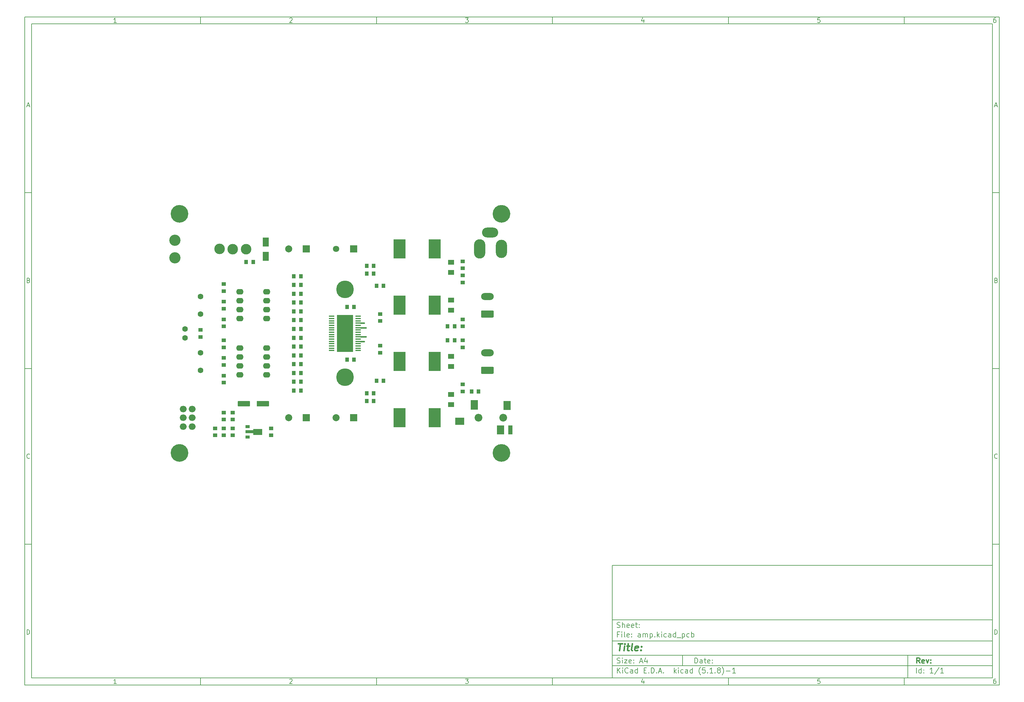
<source format=gts>
G04 #@! TF.GenerationSoftware,KiCad,Pcbnew,(5.1.8)-1*
G04 #@! TF.CreationDate,2021-03-01T21:59:05+08:00*
G04 #@! TF.ProjectId,amp,616d702e-6b69-4636-9164-5f7063625858,rev?*
G04 #@! TF.SameCoordinates,Original*
G04 #@! TF.FileFunction,Soldermask,Top*
G04 #@! TF.FilePolarity,Negative*
%FSLAX46Y46*%
G04 Gerber Fmt 4.6, Leading zero omitted, Abs format (unit mm)*
G04 Created by KiCad (PCBNEW (5.1.8)-1) date 2021-03-01 21:59:05*
%MOMM*%
%LPD*%
G01*
G04 APERTURE LIST*
%ADD10C,0.150000*%
%ADD11C,0.300000*%
%ADD12C,0.400000*%
%ADD13C,2.000000*%
%ADD14C,0.100000*%
%ADD15R,1.000000X1.250000*%
%ADD16R,3.500000X5.400000*%
%ADD17C,5.000000*%
%ADD18R,1.500000X0.400000*%
%ADD19R,1.800000X2.500000*%
%ADD20O,3.600000X2.000000*%
%ADD21C,2.560000*%
%ADD22C,1.600000*%
%ADD23R,2.500000X1.800000*%
%ADD24R,3.000000X0.900000*%
%ADD25R,1.300000X0.900000*%
%ADD26R,1.700000X1.360000*%
%ADD27R,2.000000X2.500000*%
%ADD28R,1.200000X2.500000*%
%ADD29R,2.500000X2.000000*%
%ADD30R,2.000000X2.800000*%
%ADD31O,2.200000X2.200000*%
%ADD32O,2.000000X1.800000*%
%ADD33C,3.200000*%
%ADD34C,3.000000*%
%ADD35O,4.600000X2.800000*%
%ADD36O,3.200000X5.500000*%
%ADD37O,3.200000X5.200000*%
%ADD38R,1.250000X1.000000*%
%ADD39O,2.100000X1.600000*%
%ADD40C,1.800000*%
%ADD41R,2.000000X2.000000*%
%ADD42C,2.000000*%
G04 APERTURE END LIST*
D10*
X177002200Y-166007200D02*
X177002200Y-198007200D01*
X285002200Y-198007200D01*
X285002200Y-166007200D01*
X177002200Y-166007200D01*
X10000000Y-10000000D02*
X10000000Y-200007200D01*
X287002200Y-200007200D01*
X287002200Y-10000000D01*
X10000000Y-10000000D01*
X12000000Y-12000000D02*
X12000000Y-198007200D01*
X285002200Y-198007200D01*
X285002200Y-12000000D01*
X12000000Y-12000000D01*
X60000000Y-12000000D02*
X60000000Y-10000000D01*
X110000000Y-12000000D02*
X110000000Y-10000000D01*
X160000000Y-12000000D02*
X160000000Y-10000000D01*
X210000000Y-12000000D02*
X210000000Y-10000000D01*
X260000000Y-12000000D02*
X260000000Y-10000000D01*
X36065476Y-11588095D02*
X35322619Y-11588095D01*
X35694047Y-11588095D02*
X35694047Y-10288095D01*
X35570238Y-10473809D01*
X35446428Y-10597619D01*
X35322619Y-10659523D01*
X85322619Y-10411904D02*
X85384523Y-10350000D01*
X85508333Y-10288095D01*
X85817857Y-10288095D01*
X85941666Y-10350000D01*
X86003571Y-10411904D01*
X86065476Y-10535714D01*
X86065476Y-10659523D01*
X86003571Y-10845238D01*
X85260714Y-11588095D01*
X86065476Y-11588095D01*
X135260714Y-10288095D02*
X136065476Y-10288095D01*
X135632142Y-10783333D01*
X135817857Y-10783333D01*
X135941666Y-10845238D01*
X136003571Y-10907142D01*
X136065476Y-11030952D01*
X136065476Y-11340476D01*
X136003571Y-11464285D01*
X135941666Y-11526190D01*
X135817857Y-11588095D01*
X135446428Y-11588095D01*
X135322619Y-11526190D01*
X135260714Y-11464285D01*
X185941666Y-10721428D02*
X185941666Y-11588095D01*
X185632142Y-10226190D02*
X185322619Y-11154761D01*
X186127380Y-11154761D01*
X236003571Y-10288095D02*
X235384523Y-10288095D01*
X235322619Y-10907142D01*
X235384523Y-10845238D01*
X235508333Y-10783333D01*
X235817857Y-10783333D01*
X235941666Y-10845238D01*
X236003571Y-10907142D01*
X236065476Y-11030952D01*
X236065476Y-11340476D01*
X236003571Y-11464285D01*
X235941666Y-11526190D01*
X235817857Y-11588095D01*
X235508333Y-11588095D01*
X235384523Y-11526190D01*
X235322619Y-11464285D01*
X285941666Y-10288095D02*
X285694047Y-10288095D01*
X285570238Y-10350000D01*
X285508333Y-10411904D01*
X285384523Y-10597619D01*
X285322619Y-10845238D01*
X285322619Y-11340476D01*
X285384523Y-11464285D01*
X285446428Y-11526190D01*
X285570238Y-11588095D01*
X285817857Y-11588095D01*
X285941666Y-11526190D01*
X286003571Y-11464285D01*
X286065476Y-11340476D01*
X286065476Y-11030952D01*
X286003571Y-10907142D01*
X285941666Y-10845238D01*
X285817857Y-10783333D01*
X285570238Y-10783333D01*
X285446428Y-10845238D01*
X285384523Y-10907142D01*
X285322619Y-11030952D01*
X60000000Y-198007200D02*
X60000000Y-200007200D01*
X110000000Y-198007200D02*
X110000000Y-200007200D01*
X160000000Y-198007200D02*
X160000000Y-200007200D01*
X210000000Y-198007200D02*
X210000000Y-200007200D01*
X260000000Y-198007200D02*
X260000000Y-200007200D01*
X36065476Y-199595295D02*
X35322619Y-199595295D01*
X35694047Y-199595295D02*
X35694047Y-198295295D01*
X35570238Y-198481009D01*
X35446428Y-198604819D01*
X35322619Y-198666723D01*
X85322619Y-198419104D02*
X85384523Y-198357200D01*
X85508333Y-198295295D01*
X85817857Y-198295295D01*
X85941666Y-198357200D01*
X86003571Y-198419104D01*
X86065476Y-198542914D01*
X86065476Y-198666723D01*
X86003571Y-198852438D01*
X85260714Y-199595295D01*
X86065476Y-199595295D01*
X135260714Y-198295295D02*
X136065476Y-198295295D01*
X135632142Y-198790533D01*
X135817857Y-198790533D01*
X135941666Y-198852438D01*
X136003571Y-198914342D01*
X136065476Y-199038152D01*
X136065476Y-199347676D01*
X136003571Y-199471485D01*
X135941666Y-199533390D01*
X135817857Y-199595295D01*
X135446428Y-199595295D01*
X135322619Y-199533390D01*
X135260714Y-199471485D01*
X185941666Y-198728628D02*
X185941666Y-199595295D01*
X185632142Y-198233390D02*
X185322619Y-199161961D01*
X186127380Y-199161961D01*
X236003571Y-198295295D02*
X235384523Y-198295295D01*
X235322619Y-198914342D01*
X235384523Y-198852438D01*
X235508333Y-198790533D01*
X235817857Y-198790533D01*
X235941666Y-198852438D01*
X236003571Y-198914342D01*
X236065476Y-199038152D01*
X236065476Y-199347676D01*
X236003571Y-199471485D01*
X235941666Y-199533390D01*
X235817857Y-199595295D01*
X235508333Y-199595295D01*
X235384523Y-199533390D01*
X235322619Y-199471485D01*
X285941666Y-198295295D02*
X285694047Y-198295295D01*
X285570238Y-198357200D01*
X285508333Y-198419104D01*
X285384523Y-198604819D01*
X285322619Y-198852438D01*
X285322619Y-199347676D01*
X285384523Y-199471485D01*
X285446428Y-199533390D01*
X285570238Y-199595295D01*
X285817857Y-199595295D01*
X285941666Y-199533390D01*
X286003571Y-199471485D01*
X286065476Y-199347676D01*
X286065476Y-199038152D01*
X286003571Y-198914342D01*
X285941666Y-198852438D01*
X285817857Y-198790533D01*
X285570238Y-198790533D01*
X285446428Y-198852438D01*
X285384523Y-198914342D01*
X285322619Y-199038152D01*
X10000000Y-60000000D02*
X12000000Y-60000000D01*
X10000000Y-110000000D02*
X12000000Y-110000000D01*
X10000000Y-160000000D02*
X12000000Y-160000000D01*
X10690476Y-35216666D02*
X11309523Y-35216666D01*
X10566666Y-35588095D02*
X11000000Y-34288095D01*
X11433333Y-35588095D01*
X11092857Y-84907142D02*
X11278571Y-84969047D01*
X11340476Y-85030952D01*
X11402380Y-85154761D01*
X11402380Y-85340476D01*
X11340476Y-85464285D01*
X11278571Y-85526190D01*
X11154761Y-85588095D01*
X10659523Y-85588095D01*
X10659523Y-84288095D01*
X11092857Y-84288095D01*
X11216666Y-84350000D01*
X11278571Y-84411904D01*
X11340476Y-84535714D01*
X11340476Y-84659523D01*
X11278571Y-84783333D01*
X11216666Y-84845238D01*
X11092857Y-84907142D01*
X10659523Y-84907142D01*
X11402380Y-135464285D02*
X11340476Y-135526190D01*
X11154761Y-135588095D01*
X11030952Y-135588095D01*
X10845238Y-135526190D01*
X10721428Y-135402380D01*
X10659523Y-135278571D01*
X10597619Y-135030952D01*
X10597619Y-134845238D01*
X10659523Y-134597619D01*
X10721428Y-134473809D01*
X10845238Y-134350000D01*
X11030952Y-134288095D01*
X11154761Y-134288095D01*
X11340476Y-134350000D01*
X11402380Y-134411904D01*
X10659523Y-185588095D02*
X10659523Y-184288095D01*
X10969047Y-184288095D01*
X11154761Y-184350000D01*
X11278571Y-184473809D01*
X11340476Y-184597619D01*
X11402380Y-184845238D01*
X11402380Y-185030952D01*
X11340476Y-185278571D01*
X11278571Y-185402380D01*
X11154761Y-185526190D01*
X10969047Y-185588095D01*
X10659523Y-185588095D01*
X287002200Y-60000000D02*
X285002200Y-60000000D01*
X287002200Y-110000000D02*
X285002200Y-110000000D01*
X287002200Y-160000000D02*
X285002200Y-160000000D01*
X285692676Y-35216666D02*
X286311723Y-35216666D01*
X285568866Y-35588095D02*
X286002200Y-34288095D01*
X286435533Y-35588095D01*
X286095057Y-84907142D02*
X286280771Y-84969047D01*
X286342676Y-85030952D01*
X286404580Y-85154761D01*
X286404580Y-85340476D01*
X286342676Y-85464285D01*
X286280771Y-85526190D01*
X286156961Y-85588095D01*
X285661723Y-85588095D01*
X285661723Y-84288095D01*
X286095057Y-84288095D01*
X286218866Y-84350000D01*
X286280771Y-84411904D01*
X286342676Y-84535714D01*
X286342676Y-84659523D01*
X286280771Y-84783333D01*
X286218866Y-84845238D01*
X286095057Y-84907142D01*
X285661723Y-84907142D01*
X286404580Y-135464285D02*
X286342676Y-135526190D01*
X286156961Y-135588095D01*
X286033152Y-135588095D01*
X285847438Y-135526190D01*
X285723628Y-135402380D01*
X285661723Y-135278571D01*
X285599819Y-135030952D01*
X285599819Y-134845238D01*
X285661723Y-134597619D01*
X285723628Y-134473809D01*
X285847438Y-134350000D01*
X286033152Y-134288095D01*
X286156961Y-134288095D01*
X286342676Y-134350000D01*
X286404580Y-134411904D01*
X285661723Y-185588095D02*
X285661723Y-184288095D01*
X285971247Y-184288095D01*
X286156961Y-184350000D01*
X286280771Y-184473809D01*
X286342676Y-184597619D01*
X286404580Y-184845238D01*
X286404580Y-185030952D01*
X286342676Y-185278571D01*
X286280771Y-185402380D01*
X286156961Y-185526190D01*
X285971247Y-185588095D01*
X285661723Y-185588095D01*
X200434342Y-193785771D02*
X200434342Y-192285771D01*
X200791485Y-192285771D01*
X201005771Y-192357200D01*
X201148628Y-192500057D01*
X201220057Y-192642914D01*
X201291485Y-192928628D01*
X201291485Y-193142914D01*
X201220057Y-193428628D01*
X201148628Y-193571485D01*
X201005771Y-193714342D01*
X200791485Y-193785771D01*
X200434342Y-193785771D01*
X202577200Y-193785771D02*
X202577200Y-193000057D01*
X202505771Y-192857200D01*
X202362914Y-192785771D01*
X202077200Y-192785771D01*
X201934342Y-192857200D01*
X202577200Y-193714342D02*
X202434342Y-193785771D01*
X202077200Y-193785771D01*
X201934342Y-193714342D01*
X201862914Y-193571485D01*
X201862914Y-193428628D01*
X201934342Y-193285771D01*
X202077200Y-193214342D01*
X202434342Y-193214342D01*
X202577200Y-193142914D01*
X203077200Y-192785771D02*
X203648628Y-192785771D01*
X203291485Y-192285771D02*
X203291485Y-193571485D01*
X203362914Y-193714342D01*
X203505771Y-193785771D01*
X203648628Y-193785771D01*
X204720057Y-193714342D02*
X204577200Y-193785771D01*
X204291485Y-193785771D01*
X204148628Y-193714342D01*
X204077200Y-193571485D01*
X204077200Y-193000057D01*
X204148628Y-192857200D01*
X204291485Y-192785771D01*
X204577200Y-192785771D01*
X204720057Y-192857200D01*
X204791485Y-193000057D01*
X204791485Y-193142914D01*
X204077200Y-193285771D01*
X205434342Y-193642914D02*
X205505771Y-193714342D01*
X205434342Y-193785771D01*
X205362914Y-193714342D01*
X205434342Y-193642914D01*
X205434342Y-193785771D01*
X205434342Y-192857200D02*
X205505771Y-192928628D01*
X205434342Y-193000057D01*
X205362914Y-192928628D01*
X205434342Y-192857200D01*
X205434342Y-193000057D01*
X177002200Y-194507200D02*
X285002200Y-194507200D01*
X178434342Y-196585771D02*
X178434342Y-195085771D01*
X179291485Y-196585771D02*
X178648628Y-195728628D01*
X179291485Y-195085771D02*
X178434342Y-195942914D01*
X179934342Y-196585771D02*
X179934342Y-195585771D01*
X179934342Y-195085771D02*
X179862914Y-195157200D01*
X179934342Y-195228628D01*
X180005771Y-195157200D01*
X179934342Y-195085771D01*
X179934342Y-195228628D01*
X181505771Y-196442914D02*
X181434342Y-196514342D01*
X181220057Y-196585771D01*
X181077200Y-196585771D01*
X180862914Y-196514342D01*
X180720057Y-196371485D01*
X180648628Y-196228628D01*
X180577200Y-195942914D01*
X180577200Y-195728628D01*
X180648628Y-195442914D01*
X180720057Y-195300057D01*
X180862914Y-195157200D01*
X181077200Y-195085771D01*
X181220057Y-195085771D01*
X181434342Y-195157200D01*
X181505771Y-195228628D01*
X182791485Y-196585771D02*
X182791485Y-195800057D01*
X182720057Y-195657200D01*
X182577200Y-195585771D01*
X182291485Y-195585771D01*
X182148628Y-195657200D01*
X182791485Y-196514342D02*
X182648628Y-196585771D01*
X182291485Y-196585771D01*
X182148628Y-196514342D01*
X182077200Y-196371485D01*
X182077200Y-196228628D01*
X182148628Y-196085771D01*
X182291485Y-196014342D01*
X182648628Y-196014342D01*
X182791485Y-195942914D01*
X184148628Y-196585771D02*
X184148628Y-195085771D01*
X184148628Y-196514342D02*
X184005771Y-196585771D01*
X183720057Y-196585771D01*
X183577200Y-196514342D01*
X183505771Y-196442914D01*
X183434342Y-196300057D01*
X183434342Y-195871485D01*
X183505771Y-195728628D01*
X183577200Y-195657200D01*
X183720057Y-195585771D01*
X184005771Y-195585771D01*
X184148628Y-195657200D01*
X186005771Y-195800057D02*
X186505771Y-195800057D01*
X186720057Y-196585771D02*
X186005771Y-196585771D01*
X186005771Y-195085771D01*
X186720057Y-195085771D01*
X187362914Y-196442914D02*
X187434342Y-196514342D01*
X187362914Y-196585771D01*
X187291485Y-196514342D01*
X187362914Y-196442914D01*
X187362914Y-196585771D01*
X188077200Y-196585771D02*
X188077200Y-195085771D01*
X188434342Y-195085771D01*
X188648628Y-195157200D01*
X188791485Y-195300057D01*
X188862914Y-195442914D01*
X188934342Y-195728628D01*
X188934342Y-195942914D01*
X188862914Y-196228628D01*
X188791485Y-196371485D01*
X188648628Y-196514342D01*
X188434342Y-196585771D01*
X188077200Y-196585771D01*
X189577200Y-196442914D02*
X189648628Y-196514342D01*
X189577200Y-196585771D01*
X189505771Y-196514342D01*
X189577200Y-196442914D01*
X189577200Y-196585771D01*
X190220057Y-196157200D02*
X190934342Y-196157200D01*
X190077200Y-196585771D02*
X190577200Y-195085771D01*
X191077200Y-196585771D01*
X191577200Y-196442914D02*
X191648628Y-196514342D01*
X191577200Y-196585771D01*
X191505771Y-196514342D01*
X191577200Y-196442914D01*
X191577200Y-196585771D01*
X194577200Y-196585771D02*
X194577200Y-195085771D01*
X194720057Y-196014342D02*
X195148628Y-196585771D01*
X195148628Y-195585771D02*
X194577200Y-196157200D01*
X195791485Y-196585771D02*
X195791485Y-195585771D01*
X195791485Y-195085771D02*
X195720057Y-195157200D01*
X195791485Y-195228628D01*
X195862914Y-195157200D01*
X195791485Y-195085771D01*
X195791485Y-195228628D01*
X197148628Y-196514342D02*
X197005771Y-196585771D01*
X196720057Y-196585771D01*
X196577200Y-196514342D01*
X196505771Y-196442914D01*
X196434342Y-196300057D01*
X196434342Y-195871485D01*
X196505771Y-195728628D01*
X196577200Y-195657200D01*
X196720057Y-195585771D01*
X197005771Y-195585771D01*
X197148628Y-195657200D01*
X198434342Y-196585771D02*
X198434342Y-195800057D01*
X198362914Y-195657200D01*
X198220057Y-195585771D01*
X197934342Y-195585771D01*
X197791485Y-195657200D01*
X198434342Y-196514342D02*
X198291485Y-196585771D01*
X197934342Y-196585771D01*
X197791485Y-196514342D01*
X197720057Y-196371485D01*
X197720057Y-196228628D01*
X197791485Y-196085771D01*
X197934342Y-196014342D01*
X198291485Y-196014342D01*
X198434342Y-195942914D01*
X199791485Y-196585771D02*
X199791485Y-195085771D01*
X199791485Y-196514342D02*
X199648628Y-196585771D01*
X199362914Y-196585771D01*
X199220057Y-196514342D01*
X199148628Y-196442914D01*
X199077200Y-196300057D01*
X199077200Y-195871485D01*
X199148628Y-195728628D01*
X199220057Y-195657200D01*
X199362914Y-195585771D01*
X199648628Y-195585771D01*
X199791485Y-195657200D01*
X202077200Y-197157200D02*
X202005771Y-197085771D01*
X201862914Y-196871485D01*
X201791485Y-196728628D01*
X201720057Y-196514342D01*
X201648628Y-196157200D01*
X201648628Y-195871485D01*
X201720057Y-195514342D01*
X201791485Y-195300057D01*
X201862914Y-195157200D01*
X202005771Y-194942914D01*
X202077200Y-194871485D01*
X203362914Y-195085771D02*
X202648628Y-195085771D01*
X202577200Y-195800057D01*
X202648628Y-195728628D01*
X202791485Y-195657200D01*
X203148628Y-195657200D01*
X203291485Y-195728628D01*
X203362914Y-195800057D01*
X203434342Y-195942914D01*
X203434342Y-196300057D01*
X203362914Y-196442914D01*
X203291485Y-196514342D01*
X203148628Y-196585771D01*
X202791485Y-196585771D01*
X202648628Y-196514342D01*
X202577200Y-196442914D01*
X204077200Y-196442914D02*
X204148628Y-196514342D01*
X204077200Y-196585771D01*
X204005771Y-196514342D01*
X204077200Y-196442914D01*
X204077200Y-196585771D01*
X205577200Y-196585771D02*
X204720057Y-196585771D01*
X205148628Y-196585771D02*
X205148628Y-195085771D01*
X205005771Y-195300057D01*
X204862914Y-195442914D01*
X204720057Y-195514342D01*
X206220057Y-196442914D02*
X206291485Y-196514342D01*
X206220057Y-196585771D01*
X206148628Y-196514342D01*
X206220057Y-196442914D01*
X206220057Y-196585771D01*
X207148628Y-195728628D02*
X207005771Y-195657200D01*
X206934342Y-195585771D01*
X206862914Y-195442914D01*
X206862914Y-195371485D01*
X206934342Y-195228628D01*
X207005771Y-195157200D01*
X207148628Y-195085771D01*
X207434342Y-195085771D01*
X207577200Y-195157200D01*
X207648628Y-195228628D01*
X207720057Y-195371485D01*
X207720057Y-195442914D01*
X207648628Y-195585771D01*
X207577200Y-195657200D01*
X207434342Y-195728628D01*
X207148628Y-195728628D01*
X207005771Y-195800057D01*
X206934342Y-195871485D01*
X206862914Y-196014342D01*
X206862914Y-196300057D01*
X206934342Y-196442914D01*
X207005771Y-196514342D01*
X207148628Y-196585771D01*
X207434342Y-196585771D01*
X207577200Y-196514342D01*
X207648628Y-196442914D01*
X207720057Y-196300057D01*
X207720057Y-196014342D01*
X207648628Y-195871485D01*
X207577200Y-195800057D01*
X207434342Y-195728628D01*
X208220057Y-197157200D02*
X208291485Y-197085771D01*
X208434342Y-196871485D01*
X208505771Y-196728628D01*
X208577200Y-196514342D01*
X208648628Y-196157200D01*
X208648628Y-195871485D01*
X208577200Y-195514342D01*
X208505771Y-195300057D01*
X208434342Y-195157200D01*
X208291485Y-194942914D01*
X208220057Y-194871485D01*
X209362914Y-196014342D02*
X210505771Y-196014342D01*
X212005771Y-196585771D02*
X211148628Y-196585771D01*
X211577200Y-196585771D02*
X211577200Y-195085771D01*
X211434342Y-195300057D01*
X211291485Y-195442914D01*
X211148628Y-195514342D01*
X177002200Y-191507200D02*
X285002200Y-191507200D01*
D11*
X264411485Y-193785771D02*
X263911485Y-193071485D01*
X263554342Y-193785771D02*
X263554342Y-192285771D01*
X264125771Y-192285771D01*
X264268628Y-192357200D01*
X264340057Y-192428628D01*
X264411485Y-192571485D01*
X264411485Y-192785771D01*
X264340057Y-192928628D01*
X264268628Y-193000057D01*
X264125771Y-193071485D01*
X263554342Y-193071485D01*
X265625771Y-193714342D02*
X265482914Y-193785771D01*
X265197200Y-193785771D01*
X265054342Y-193714342D01*
X264982914Y-193571485D01*
X264982914Y-193000057D01*
X265054342Y-192857200D01*
X265197200Y-192785771D01*
X265482914Y-192785771D01*
X265625771Y-192857200D01*
X265697200Y-193000057D01*
X265697200Y-193142914D01*
X264982914Y-193285771D01*
X266197200Y-192785771D02*
X266554342Y-193785771D01*
X266911485Y-192785771D01*
X267482914Y-193642914D02*
X267554342Y-193714342D01*
X267482914Y-193785771D01*
X267411485Y-193714342D01*
X267482914Y-193642914D01*
X267482914Y-193785771D01*
X267482914Y-192857200D02*
X267554342Y-192928628D01*
X267482914Y-193000057D01*
X267411485Y-192928628D01*
X267482914Y-192857200D01*
X267482914Y-193000057D01*
D10*
X178362914Y-193714342D02*
X178577200Y-193785771D01*
X178934342Y-193785771D01*
X179077200Y-193714342D01*
X179148628Y-193642914D01*
X179220057Y-193500057D01*
X179220057Y-193357200D01*
X179148628Y-193214342D01*
X179077200Y-193142914D01*
X178934342Y-193071485D01*
X178648628Y-193000057D01*
X178505771Y-192928628D01*
X178434342Y-192857200D01*
X178362914Y-192714342D01*
X178362914Y-192571485D01*
X178434342Y-192428628D01*
X178505771Y-192357200D01*
X178648628Y-192285771D01*
X179005771Y-192285771D01*
X179220057Y-192357200D01*
X179862914Y-193785771D02*
X179862914Y-192785771D01*
X179862914Y-192285771D02*
X179791485Y-192357200D01*
X179862914Y-192428628D01*
X179934342Y-192357200D01*
X179862914Y-192285771D01*
X179862914Y-192428628D01*
X180434342Y-192785771D02*
X181220057Y-192785771D01*
X180434342Y-193785771D01*
X181220057Y-193785771D01*
X182362914Y-193714342D02*
X182220057Y-193785771D01*
X181934342Y-193785771D01*
X181791485Y-193714342D01*
X181720057Y-193571485D01*
X181720057Y-193000057D01*
X181791485Y-192857200D01*
X181934342Y-192785771D01*
X182220057Y-192785771D01*
X182362914Y-192857200D01*
X182434342Y-193000057D01*
X182434342Y-193142914D01*
X181720057Y-193285771D01*
X183077200Y-193642914D02*
X183148628Y-193714342D01*
X183077200Y-193785771D01*
X183005771Y-193714342D01*
X183077200Y-193642914D01*
X183077200Y-193785771D01*
X183077200Y-192857200D02*
X183148628Y-192928628D01*
X183077200Y-193000057D01*
X183005771Y-192928628D01*
X183077200Y-192857200D01*
X183077200Y-193000057D01*
X184862914Y-193357200D02*
X185577200Y-193357200D01*
X184720057Y-193785771D02*
X185220057Y-192285771D01*
X185720057Y-193785771D01*
X186862914Y-192785771D02*
X186862914Y-193785771D01*
X186505771Y-192214342D02*
X186148628Y-193285771D01*
X187077200Y-193285771D01*
X263434342Y-196585771D02*
X263434342Y-195085771D01*
X264791485Y-196585771D02*
X264791485Y-195085771D01*
X264791485Y-196514342D02*
X264648628Y-196585771D01*
X264362914Y-196585771D01*
X264220057Y-196514342D01*
X264148628Y-196442914D01*
X264077200Y-196300057D01*
X264077200Y-195871485D01*
X264148628Y-195728628D01*
X264220057Y-195657200D01*
X264362914Y-195585771D01*
X264648628Y-195585771D01*
X264791485Y-195657200D01*
X265505771Y-196442914D02*
X265577200Y-196514342D01*
X265505771Y-196585771D01*
X265434342Y-196514342D01*
X265505771Y-196442914D01*
X265505771Y-196585771D01*
X265505771Y-195657200D02*
X265577200Y-195728628D01*
X265505771Y-195800057D01*
X265434342Y-195728628D01*
X265505771Y-195657200D01*
X265505771Y-195800057D01*
X268148628Y-196585771D02*
X267291485Y-196585771D01*
X267720057Y-196585771D02*
X267720057Y-195085771D01*
X267577200Y-195300057D01*
X267434342Y-195442914D01*
X267291485Y-195514342D01*
X269862914Y-195014342D02*
X268577200Y-196942914D01*
X271148628Y-196585771D02*
X270291485Y-196585771D01*
X270720057Y-196585771D02*
X270720057Y-195085771D01*
X270577200Y-195300057D01*
X270434342Y-195442914D01*
X270291485Y-195514342D01*
X177002200Y-187507200D02*
X285002200Y-187507200D01*
D12*
X178714580Y-188211961D02*
X179857438Y-188211961D01*
X179036009Y-190211961D02*
X179286009Y-188211961D01*
X180274104Y-190211961D02*
X180440771Y-188878628D01*
X180524104Y-188211961D02*
X180416961Y-188307200D01*
X180500295Y-188402438D01*
X180607438Y-188307200D01*
X180524104Y-188211961D01*
X180500295Y-188402438D01*
X181107438Y-188878628D02*
X181869342Y-188878628D01*
X181476485Y-188211961D02*
X181262200Y-189926247D01*
X181333628Y-190116723D01*
X181512200Y-190211961D01*
X181702676Y-190211961D01*
X182655057Y-190211961D02*
X182476485Y-190116723D01*
X182405057Y-189926247D01*
X182619342Y-188211961D01*
X184190771Y-190116723D02*
X183988390Y-190211961D01*
X183607438Y-190211961D01*
X183428866Y-190116723D01*
X183357438Y-189926247D01*
X183452676Y-189164342D01*
X183571723Y-188973866D01*
X183774104Y-188878628D01*
X184155057Y-188878628D01*
X184333628Y-188973866D01*
X184405057Y-189164342D01*
X184381247Y-189354819D01*
X183405057Y-189545295D01*
X185155057Y-190021485D02*
X185238390Y-190116723D01*
X185131247Y-190211961D01*
X185047914Y-190116723D01*
X185155057Y-190021485D01*
X185131247Y-190211961D01*
X185286009Y-188973866D02*
X185369342Y-189069104D01*
X185262200Y-189164342D01*
X185178866Y-189069104D01*
X185286009Y-188973866D01*
X185262200Y-189164342D01*
D10*
X178934342Y-185600057D02*
X178434342Y-185600057D01*
X178434342Y-186385771D02*
X178434342Y-184885771D01*
X179148628Y-184885771D01*
X179720057Y-186385771D02*
X179720057Y-185385771D01*
X179720057Y-184885771D02*
X179648628Y-184957200D01*
X179720057Y-185028628D01*
X179791485Y-184957200D01*
X179720057Y-184885771D01*
X179720057Y-185028628D01*
X180648628Y-186385771D02*
X180505771Y-186314342D01*
X180434342Y-186171485D01*
X180434342Y-184885771D01*
X181791485Y-186314342D02*
X181648628Y-186385771D01*
X181362914Y-186385771D01*
X181220057Y-186314342D01*
X181148628Y-186171485D01*
X181148628Y-185600057D01*
X181220057Y-185457200D01*
X181362914Y-185385771D01*
X181648628Y-185385771D01*
X181791485Y-185457200D01*
X181862914Y-185600057D01*
X181862914Y-185742914D01*
X181148628Y-185885771D01*
X182505771Y-186242914D02*
X182577200Y-186314342D01*
X182505771Y-186385771D01*
X182434342Y-186314342D01*
X182505771Y-186242914D01*
X182505771Y-186385771D01*
X182505771Y-185457200D02*
X182577200Y-185528628D01*
X182505771Y-185600057D01*
X182434342Y-185528628D01*
X182505771Y-185457200D01*
X182505771Y-185600057D01*
X185005771Y-186385771D02*
X185005771Y-185600057D01*
X184934342Y-185457200D01*
X184791485Y-185385771D01*
X184505771Y-185385771D01*
X184362914Y-185457200D01*
X185005771Y-186314342D02*
X184862914Y-186385771D01*
X184505771Y-186385771D01*
X184362914Y-186314342D01*
X184291485Y-186171485D01*
X184291485Y-186028628D01*
X184362914Y-185885771D01*
X184505771Y-185814342D01*
X184862914Y-185814342D01*
X185005771Y-185742914D01*
X185720057Y-186385771D02*
X185720057Y-185385771D01*
X185720057Y-185528628D02*
X185791485Y-185457200D01*
X185934342Y-185385771D01*
X186148628Y-185385771D01*
X186291485Y-185457200D01*
X186362914Y-185600057D01*
X186362914Y-186385771D01*
X186362914Y-185600057D02*
X186434342Y-185457200D01*
X186577200Y-185385771D01*
X186791485Y-185385771D01*
X186934342Y-185457200D01*
X187005771Y-185600057D01*
X187005771Y-186385771D01*
X187720057Y-185385771D02*
X187720057Y-186885771D01*
X187720057Y-185457200D02*
X187862914Y-185385771D01*
X188148628Y-185385771D01*
X188291485Y-185457200D01*
X188362914Y-185528628D01*
X188434342Y-185671485D01*
X188434342Y-186100057D01*
X188362914Y-186242914D01*
X188291485Y-186314342D01*
X188148628Y-186385771D01*
X187862914Y-186385771D01*
X187720057Y-186314342D01*
X189077200Y-186242914D02*
X189148628Y-186314342D01*
X189077200Y-186385771D01*
X189005771Y-186314342D01*
X189077200Y-186242914D01*
X189077200Y-186385771D01*
X189791485Y-186385771D02*
X189791485Y-184885771D01*
X189934342Y-185814342D02*
X190362914Y-186385771D01*
X190362914Y-185385771D02*
X189791485Y-185957200D01*
X191005771Y-186385771D02*
X191005771Y-185385771D01*
X191005771Y-184885771D02*
X190934342Y-184957200D01*
X191005771Y-185028628D01*
X191077200Y-184957200D01*
X191005771Y-184885771D01*
X191005771Y-185028628D01*
X192362914Y-186314342D02*
X192220057Y-186385771D01*
X191934342Y-186385771D01*
X191791485Y-186314342D01*
X191720057Y-186242914D01*
X191648628Y-186100057D01*
X191648628Y-185671485D01*
X191720057Y-185528628D01*
X191791485Y-185457200D01*
X191934342Y-185385771D01*
X192220057Y-185385771D01*
X192362914Y-185457200D01*
X193648628Y-186385771D02*
X193648628Y-185600057D01*
X193577200Y-185457200D01*
X193434342Y-185385771D01*
X193148628Y-185385771D01*
X193005771Y-185457200D01*
X193648628Y-186314342D02*
X193505771Y-186385771D01*
X193148628Y-186385771D01*
X193005771Y-186314342D01*
X192934342Y-186171485D01*
X192934342Y-186028628D01*
X193005771Y-185885771D01*
X193148628Y-185814342D01*
X193505771Y-185814342D01*
X193648628Y-185742914D01*
X195005771Y-186385771D02*
X195005771Y-184885771D01*
X195005771Y-186314342D02*
X194862914Y-186385771D01*
X194577200Y-186385771D01*
X194434342Y-186314342D01*
X194362914Y-186242914D01*
X194291485Y-186100057D01*
X194291485Y-185671485D01*
X194362914Y-185528628D01*
X194434342Y-185457200D01*
X194577200Y-185385771D01*
X194862914Y-185385771D01*
X195005771Y-185457200D01*
X195362914Y-186528628D02*
X196505771Y-186528628D01*
X196862914Y-185385771D02*
X196862914Y-186885771D01*
X196862914Y-185457200D02*
X197005771Y-185385771D01*
X197291485Y-185385771D01*
X197434342Y-185457200D01*
X197505771Y-185528628D01*
X197577200Y-185671485D01*
X197577200Y-186100057D01*
X197505771Y-186242914D01*
X197434342Y-186314342D01*
X197291485Y-186385771D01*
X197005771Y-186385771D01*
X196862914Y-186314342D01*
X198862914Y-186314342D02*
X198720057Y-186385771D01*
X198434342Y-186385771D01*
X198291485Y-186314342D01*
X198220057Y-186242914D01*
X198148628Y-186100057D01*
X198148628Y-185671485D01*
X198220057Y-185528628D01*
X198291485Y-185457200D01*
X198434342Y-185385771D01*
X198720057Y-185385771D01*
X198862914Y-185457200D01*
X199505771Y-186385771D02*
X199505771Y-184885771D01*
X199505771Y-185457200D02*
X199648628Y-185385771D01*
X199934342Y-185385771D01*
X200077200Y-185457200D01*
X200148628Y-185528628D01*
X200220057Y-185671485D01*
X200220057Y-186100057D01*
X200148628Y-186242914D01*
X200077200Y-186314342D01*
X199934342Y-186385771D01*
X199648628Y-186385771D01*
X199505771Y-186314342D01*
X177002200Y-181507200D02*
X285002200Y-181507200D01*
X178362914Y-183614342D02*
X178577200Y-183685771D01*
X178934342Y-183685771D01*
X179077200Y-183614342D01*
X179148628Y-183542914D01*
X179220057Y-183400057D01*
X179220057Y-183257200D01*
X179148628Y-183114342D01*
X179077200Y-183042914D01*
X178934342Y-182971485D01*
X178648628Y-182900057D01*
X178505771Y-182828628D01*
X178434342Y-182757200D01*
X178362914Y-182614342D01*
X178362914Y-182471485D01*
X178434342Y-182328628D01*
X178505771Y-182257200D01*
X178648628Y-182185771D01*
X179005771Y-182185771D01*
X179220057Y-182257200D01*
X179862914Y-183685771D02*
X179862914Y-182185771D01*
X180505771Y-183685771D02*
X180505771Y-182900057D01*
X180434342Y-182757200D01*
X180291485Y-182685771D01*
X180077200Y-182685771D01*
X179934342Y-182757200D01*
X179862914Y-182828628D01*
X181791485Y-183614342D02*
X181648628Y-183685771D01*
X181362914Y-183685771D01*
X181220057Y-183614342D01*
X181148628Y-183471485D01*
X181148628Y-182900057D01*
X181220057Y-182757200D01*
X181362914Y-182685771D01*
X181648628Y-182685771D01*
X181791485Y-182757200D01*
X181862914Y-182900057D01*
X181862914Y-183042914D01*
X181148628Y-183185771D01*
X183077200Y-183614342D02*
X182934342Y-183685771D01*
X182648628Y-183685771D01*
X182505771Y-183614342D01*
X182434342Y-183471485D01*
X182434342Y-182900057D01*
X182505771Y-182757200D01*
X182648628Y-182685771D01*
X182934342Y-182685771D01*
X183077200Y-182757200D01*
X183148628Y-182900057D01*
X183148628Y-183042914D01*
X182434342Y-183185771D01*
X183577200Y-182685771D02*
X184148628Y-182685771D01*
X183791485Y-182185771D02*
X183791485Y-183471485D01*
X183862914Y-183614342D01*
X184005771Y-183685771D01*
X184148628Y-183685771D01*
X184648628Y-183542914D02*
X184720057Y-183614342D01*
X184648628Y-183685771D01*
X184577200Y-183614342D01*
X184648628Y-183542914D01*
X184648628Y-183685771D01*
X184648628Y-182757200D02*
X184720057Y-182828628D01*
X184648628Y-182900057D01*
X184577200Y-182828628D01*
X184648628Y-182757200D01*
X184648628Y-182900057D01*
X197002200Y-191507200D02*
X197002200Y-194507200D01*
X261002200Y-191507200D02*
X261002200Y-198007200D01*
D12*
X105500000Y-102275000D02*
X106500000Y-102275000D01*
X105500000Y-100975000D02*
X107000000Y-100975000D01*
X105500000Y-98375000D02*
X107000000Y-98375000D01*
X105500000Y-97075000D02*
X106500000Y-97075000D01*
D13*
X147000000Y-134000000D02*
G75*
G03*
X147000000Y-134000000I-1500000J0D01*
G01*
X55500000Y-134000000D02*
G75*
G03*
X55500000Y-134000000I-1500000J0D01*
G01*
X147000000Y-66000000D02*
G75*
G03*
X147000000Y-66000000I-1500000J0D01*
G01*
X55500000Y-66000000D02*
G75*
G03*
X55500000Y-66000000I-1500000J0D01*
G01*
D14*
G36*
X103250000Y-105200000D02*
G01*
X98750000Y-105200000D01*
X98750000Y-94800000D01*
X103250000Y-94800000D01*
X103250000Y-105200000D01*
G37*
X103250000Y-105200000D02*
X98750000Y-105200000D01*
X98750000Y-94800000D01*
X103250000Y-94800000D01*
X103250000Y-105200000D01*
D15*
X88500000Y-98750000D03*
X86500000Y-98750000D03*
X88500000Y-86250000D03*
X86500000Y-86250000D03*
X88500000Y-88750000D03*
X86500000Y-88750000D03*
D16*
X126500000Y-124000000D03*
X116500000Y-124000000D03*
X126500000Y-108000000D03*
X116500000Y-108000000D03*
X126500000Y-92000000D03*
X116500000Y-92000000D03*
X116500000Y-76000000D03*
X126500000Y-76000000D03*
D17*
X101000000Y-112500000D03*
X101000000Y-87500000D03*
D18*
X104800000Y-95125000D03*
X104800000Y-95775000D03*
X104800000Y-96425000D03*
X104800000Y-97075000D03*
X104800000Y-97725000D03*
X104800000Y-98375000D03*
X104800000Y-99025000D03*
X104800000Y-99675000D03*
X104800000Y-100325000D03*
X104800000Y-100975000D03*
X104800000Y-101625000D03*
X104800000Y-102275000D03*
X104800000Y-102925000D03*
X104800000Y-103575000D03*
X104800000Y-104225000D03*
X104800000Y-104875000D03*
X97200000Y-104875000D03*
X97200000Y-104225000D03*
X97200000Y-103575000D03*
X97200000Y-102925000D03*
X97200000Y-102275000D03*
X97200000Y-101625000D03*
X97200000Y-100975000D03*
X97200000Y-100325000D03*
X97200000Y-99675000D03*
X97200000Y-99025000D03*
X97200000Y-98375000D03*
X97200000Y-97725000D03*
X97200000Y-97075000D03*
X97200000Y-96425000D03*
X97200000Y-95775000D03*
X97200000Y-95125000D03*
D19*
X78520000Y-74050000D03*
X78520000Y-78050000D03*
D20*
X141500000Y-105500000D03*
G36*
G01*
X143050000Y-111500000D02*
X139950000Y-111500000D01*
G75*
G02*
X139700000Y-111250000I0J250000D01*
G01*
X139700000Y-109750000D01*
G75*
G02*
X139950000Y-109500000I250000J0D01*
G01*
X143050000Y-109500000D01*
G75*
G02*
X143300000Y-109750000I0J-250000D01*
G01*
X143300000Y-111250000D01*
G75*
G02*
X143050000Y-111500000I-250000J0D01*
G01*
G37*
G36*
G01*
X143050000Y-95500000D02*
X139950000Y-95500000D01*
G75*
G02*
X139700000Y-95250000I0J250000D01*
G01*
X139700000Y-93750000D01*
G75*
G02*
X139950000Y-93500000I250000J0D01*
G01*
X143050000Y-93500000D01*
G75*
G02*
X143300000Y-93750000I0J-250000D01*
G01*
X143300000Y-95250000D01*
G75*
G02*
X143050000Y-95500000I-250000J0D01*
G01*
G37*
X141500000Y-89500000D03*
D21*
X145500000Y-134000000D03*
X145500000Y-66000000D03*
X54000000Y-66000000D03*
X54000000Y-134000000D03*
D22*
X55550000Y-101270000D03*
X55550000Y-98730000D03*
X60000000Y-105500000D03*
X60000000Y-110500000D03*
X60000000Y-94500000D03*
X60000000Y-89500000D03*
G36*
G01*
X75950000Y-120550000D02*
X75950000Y-119450000D01*
G75*
G02*
X76200000Y-119200000I250000J0D01*
G01*
X79200000Y-119200000D01*
G75*
G02*
X79450000Y-119450000I0J-250000D01*
G01*
X79450000Y-120550000D01*
G75*
G02*
X79200000Y-120800000I-250000J0D01*
G01*
X76200000Y-120800000D01*
G75*
G02*
X75950000Y-120550000I0J250000D01*
G01*
G37*
G36*
G01*
X70550000Y-120550000D02*
X70550000Y-119450000D01*
G75*
G02*
X70800000Y-119200000I250000J0D01*
G01*
X73800000Y-119200000D01*
G75*
G02*
X74050000Y-119450000I0J-250000D01*
G01*
X74050000Y-120550000D01*
G75*
G02*
X73800000Y-120800000I-250000J0D01*
G01*
X70800000Y-120800000D01*
G75*
G02*
X70550000Y-120550000I0J250000D01*
G01*
G37*
D23*
X76200000Y-128010000D03*
D24*
X74200000Y-128000000D03*
D25*
X73350000Y-129500000D03*
X73350000Y-126500000D03*
D26*
X131220000Y-117350000D03*
X131220000Y-120250000D03*
X131220000Y-106550000D03*
X131220000Y-109450000D03*
X131220000Y-82650000D03*
X131220000Y-79750000D03*
X131220000Y-93450000D03*
X131220000Y-90550000D03*
D27*
X147100000Y-120550000D03*
D28*
X148000000Y-127450000D03*
D29*
X133600000Y-125000000D03*
D27*
X145200000Y-127450000D03*
D30*
X137800000Y-120300000D03*
D31*
X139000000Y-124000000D03*
X146000000Y-124000000D03*
D32*
X55100000Y-126500000D03*
X55100000Y-124000000D03*
X55100000Y-121500000D03*
X57600000Y-121500000D03*
X57600000Y-124000000D03*
X57600000Y-126500000D03*
D33*
X52660000Y-73500000D03*
D34*
X69160000Y-76020000D03*
X72960000Y-76080000D03*
X65360000Y-76000000D03*
D33*
X52660000Y-78500000D03*
D35*
X142300000Y-71300000D03*
D36*
X139300000Y-76000000D03*
D37*
X145500000Y-76000000D03*
D38*
X69100000Y-129000000D03*
X69100000Y-127000000D03*
X64100000Y-129000000D03*
X64100000Y-127000000D03*
D15*
X86500000Y-101250000D03*
X88500000Y-101250000D03*
X112000000Y-86500000D03*
X110000000Y-86500000D03*
D38*
X111000000Y-96500000D03*
X111000000Y-94500000D03*
X111000000Y-105500000D03*
X111000000Y-103500000D03*
D15*
X112000000Y-113500000D03*
X110000000Y-113500000D03*
X107200000Y-80800000D03*
X109200000Y-80800000D03*
X107200000Y-117000000D03*
X109200000Y-117000000D03*
X109200000Y-83000000D03*
X107200000Y-83000000D03*
X107200000Y-119200000D03*
X109200000Y-119200000D03*
D38*
X134500000Y-81500000D03*
X134500000Y-79500000D03*
D15*
X130200000Y-98000000D03*
X132200000Y-98000000D03*
X130200000Y-102000000D03*
X132200000Y-102000000D03*
X137000000Y-116500000D03*
X139000000Y-116500000D03*
D38*
X66600000Y-93000000D03*
X66600000Y-91000000D03*
X66600000Y-107000000D03*
X66600000Y-109000000D03*
X66600000Y-86000000D03*
X66600000Y-88000000D03*
X66600000Y-104000000D03*
X66600000Y-102000000D03*
X66600000Y-98000000D03*
X66600000Y-96000000D03*
X66600000Y-112000000D03*
X66600000Y-114000000D03*
X69100000Y-122500000D03*
X69100000Y-124500000D03*
X66600000Y-127000000D03*
X66600000Y-129000000D03*
D15*
X88500000Y-83750000D03*
X86500000Y-83750000D03*
X86500000Y-96250000D03*
X88500000Y-96250000D03*
X86500000Y-108750000D03*
X88500000Y-108750000D03*
X86500000Y-111250000D03*
X88500000Y-111250000D03*
X88500000Y-113750000D03*
X86500000Y-113750000D03*
X88500000Y-116250000D03*
X86500000Y-116250000D03*
X88500000Y-93750000D03*
X86500000Y-93750000D03*
D38*
X60000000Y-101000000D03*
X60000000Y-99000000D03*
X134500000Y-85500000D03*
X134500000Y-83500000D03*
X134500000Y-98000000D03*
X134500000Y-96000000D03*
X134500000Y-102000000D03*
X134500000Y-104000000D03*
X134500000Y-114500000D03*
X134500000Y-116500000D03*
D39*
X71190000Y-88190000D03*
X71190000Y-90730000D03*
X71190000Y-93270000D03*
X71190000Y-95810000D03*
X78810000Y-95810000D03*
X78810000Y-93270000D03*
X78810000Y-90730000D03*
X78810000Y-88190000D03*
X78810000Y-104190000D03*
X78810000Y-106730000D03*
X78810000Y-109270000D03*
X78810000Y-111810000D03*
X71190000Y-111810000D03*
X71190000Y-109270000D03*
X71190000Y-106730000D03*
X71190000Y-104190000D03*
D40*
X98500000Y-76000000D03*
D41*
X103500000Y-76000000D03*
X103500000Y-124000000D03*
D42*
X98500000Y-124000000D03*
X85000000Y-76000000D03*
D41*
X90000000Y-76000000D03*
X90000000Y-124000000D03*
D42*
X85000000Y-124000000D03*
D38*
X80000000Y-129000000D03*
X80000000Y-127000000D03*
D15*
X74960000Y-79700000D03*
X72960000Y-79700000D03*
D38*
X66600000Y-124500000D03*
X66600000Y-122500000D03*
D15*
X101600000Y-92500000D03*
X103600000Y-92500000D03*
X103600000Y-107500000D03*
X101600000Y-107500000D03*
X86500000Y-106250000D03*
X88500000Y-106250000D03*
X86500000Y-91250000D03*
X88500000Y-91250000D03*
X88500000Y-103750000D03*
X86500000Y-103750000D03*
M02*

</source>
